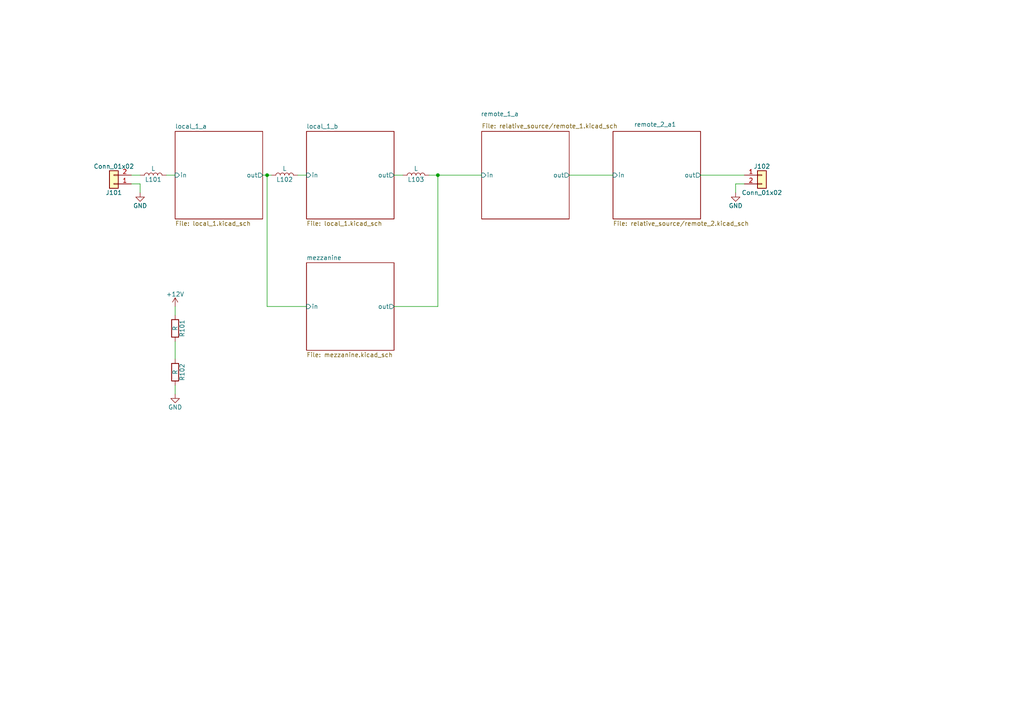
<source format=kicad_sch>
(kicad_sch (version 20231120) (generator "eeschema") (generator_version "8.0")
  (paper "A4")
  (lib_symbols
    (symbol "Connector_Generic:Conn_01x02" (pin_names (offset 1.016) hide)
      (property "Reference" "J" (at 0 2.54 0))
      (property "Value" "Conn_01x02" (at 0 -5.08 0))
      (symbol "Conn_01x02_1_1"
        (rectangle (start -1.27 -2.413) (end 0 -2.667) (stroke (width 0.1524)))
        (rectangle (start -1.27 0.127) (end 0 -0.127) (stroke (width 0.1524)))
        (rectangle (start -1.27 1.27) (end 1.27 -3.81) (stroke (width 0.254)) (fill (type background)))
        (pin passive line (at -5.08 0 0) (length 3.81) (name "Pin_1") (number "1"))
        (pin passive line (at -5.08 -2.54 0) (length 3.81) (name "Pin_2") (number "2"))
      )
    )
    (symbol "Device:L" (pin_numbers hide) (pin_names (offset 1.016) hide)
      (property "Reference" "L" (at -1.27 0 90))
      (property "Value" "L" (at 1.905 0 90))
      (symbol "L_0_1"
        (arc (start 0 -2.54) (mid 0.6323 -1.905) (end 0 -1.27))
        (arc (start 0 -1.27) (mid 0.6323 -0.635) (end 0 0))
        (arc (start 0 0) (mid 0.6323 0.635) (end 0 1.27))
        (arc (start 0 1.27) (mid 0.6323 1.905) (end 0 2.54))
      )
      (symbol "L_1_1"
        (pin passive line (at 0 3.81 270) (length 1.27) (name "1") (number "1"))
        (pin passive line (at 0 -3.81 90) (length 1.27) (name "2") (number "2"))
      )
    )
    (symbol "Device:R" (pin_numbers hide) (pin_names (offset 0))
      (property "Reference" "R" (at 2.032 0 90))
      (property "Value" "R" (at 0 0 90))
      (symbol "R_0_1"
        (rectangle (start -1.016 -2.54) (end 1.016 2.54) (stroke (width 0.254)))
      )
      (symbol "R_1_1"
        (pin passive line (at 0 3.81 270) (length 1.27) (name "~") (number "1"))
        (pin passive line (at 0 -3.81 90) (length 1.27) (name "~") (number "2"))
      )
    )
    (symbol "power:+12V" (power) (pin_names (offset 0))
      (property "Value" "+12V" (at 0 3.556 0))
      (symbol "+12V_0_1"
        (polyline (pts (xy -0.762 1.27) (xy 0 2.54)))
        (polyline (pts (xy 0 0) (xy 0 2.54)))
        (polyline (pts (xy 0 2.54) (xy 0.762 1.27)))
      )
      (symbol "+12V_1_1"
        (pin power_in line (at 0 0 90) (length 0) hide (name "+12V") (number "1"))
      )
    )
    (symbol "power:GND" (power) (pin_names (offset 0))
      (property "Value" "GND" (at 0 -3.81 0))
      (symbol "GND_0_1"
        (polyline (pts (xy 0 0) (xy 0 -1.27) (xy 1.27 -1.27) (xy 0 -2.54) (xy -1.27 -1.27) (xy 0 -1.27)))
      )
      (symbol "GND_1_1"
        (pin power_in line (at 0 0 270) (length 0) hide (name "GND") (number "1"))
      )
    )
  )
  (junction (at 127 50.8))
  (junction (at 77.47 50.8))
  (wire (pts (xy 127 88.9) (xy 127 50.8)))
  (wire (pts (xy 165.1 50.8) (xy 177.8 50.8)))
  (wire (pts (xy 124.46 50.8) (xy 127 50.8)))
  (wire (pts (xy 203.2 50.8) (xy 215.9 50.8)))
  (wire (pts (xy 114.3 88.9) (xy 127 88.9)))
  (wire (pts (xy 86.36 50.8) (xy 88.9 50.8)))
  (wire (pts (xy 38.1 50.8) (xy 40.64 50.8)))
  (wire (pts (xy 213.36 53.34) (xy 213.36 55.88)))
  (wire (pts (xy 48.26 50.8) (xy 50.8 50.8)))
  (wire (pts (xy 50.8 99.06) (xy 50.8 104.14)))
  (wire (pts (xy 76.2 50.8) (xy 77.47 50.8)))
  (wire (pts (xy 50.8 111.76) (xy 50.8 114.3)))
  (wire (pts (xy 114.3 50.8) (xy 116.84 50.8)))
  (wire (pts (xy 40.64 55.88) (xy 40.64 53.34)))
  (wire (pts (xy 50.8 88.9) (xy 50.8 91.44)))
  (wire (pts (xy 40.64 53.34) (xy 38.1 53.34)))
  (wire (pts (xy 127 50.8) (xy 139.7 50.8)))
  (wire (pts (xy 77.47 88.9) (xy 88.9 88.9)))
  (wire (pts (xy 77.47 50.8) (xy 77.47 88.9)))
  (wire (pts (xy 215.9 53.34) (xy 213.36 53.34)))
  (wire (pts (xy 77.47 50.8) (xy 78.74 50.8)))
  (symbol (lib_id "Connector_Generic:Conn_01x02") (at 33.02 53.34 180) (unit 1)
    (property "Reference" "J101" (at 33.02 55.88 0))
    (property "Value" "Conn_01x02" (at 33.02 48.26 0))
    (property "Footprint" "Connector_PinHeader_2.54mm:PinHeader_1x02_P2.54mm_Vertical" (effects (hide yes)))
    (property "Description" "Generic connector, single row, 01x02, script generated (kicad-library-utils/schlib/autogen/connector/)" (effects (hide yes)))
  )
  (symbol (lib_id "Device:L") (at 82.55 50.8 90) (unit 1)
    (property "Reference" "L102" (at 82.55 52.07 90))
    (property "Value" "L" (at 82.55 48.895 90))
    (property "Footprint" "Inductor_SMD:L_1206_3216Metric" (effects (hide yes)))
    (property "Description" "Inductor" (effects (hide yes)))
  )
  (symbol (lib_id "power:GND") (at 213.36 55.88 0) (unit 1)
    (property "Reference" "#PWR0104" (effects (hide yes)))
    (property "Value" "GND" (at 213.36 59.69 0))
    (property "Description" "Power symbol creates a global label with name \"GND\" , ground" (effects (hide yes)))
  )
  (symbol (lib_id "power:GND") (at 40.64 55.88 0) (unit 1)
    (property "Reference" "#PWR0101" (effects (hide yes)))
    (property "Value" "GND" (at 40.64 59.69 0))
    (property "Description" "Power symbol creates a global label with name \"GND\" , ground" (effects (hide yes)))
  )
  (symbol (lib_id "power:+12V") (at 50.8 88.9 0) (unit 1)
    (property "Reference" "#PWR0102" (effects (hide yes)))
    (property "Value" "+12V" (at 50.8 85.344 0))
    (property "Description" "Power symbol creates a global label with name \"+12V\"" (effects (hide yes)))
  )
  (symbol (lib_id "Connector_Generic:Conn_01x02") (at 220.98 50.8 0) (unit 1)
    (property "Reference" "J102" (at 220.98 48.26 0))
    (property "Value" "Conn_01x02" (at 220.98 55.88 0))
    (property "Footprint" "Connector_PinHeader_2.54mm:PinHeader_1x02_P2.54mm_Vertical" (effects (hide yes)))
    (property "Description" "Generic connector, single row, 01x02, script generated (kicad-library-utils/schlib/autogen/connector/)" (effects (hide yes)))
  )
  (symbol (lib_id "power:GND") (at 50.8 114.3 0) (unit 1)
    (property "Reference" "#PWR0103" (effects (hide yes)))
    (property "Value" "GND" (at 50.8 118.11 0))
    (property "Description" "Power symbol creates a global label with name \"GND\" , ground" (effects (hide yes)))
  )
  (symbol (lib_id "Device:L") (at 44.45 50.8 90) (unit 1)
    (property "Reference" "L101" (at 44.45 52.07 90))
    (property "Value" "L" (at 44.45 48.895 90))
    (property "Footprint" "Inductor_SMD:L_1206_3216Metric" (effects (hide yes)))
    (property "Description" "Inductor" (effects (hide yes)))
  )
  (symbol (lib_id "Device:R") (at 50.8 95.25 0) (unit 1)
    (property "Reference" "R101" (at 52.832 95.25 90))
    (property "Value" "R" (at 50.8 95.25 90))
    (property "Footprint" "Resistor_SMD:R_1206_3216Metric" (effects (hide yes)))
    (property "Description" "Resistor" (effects (hide yes)))
  )
  (symbol (lib_id "Device:R") (at 50.8 107.95 0) (unit 1)
    (property "Reference" "R102" (at 52.832 107.95 90))
    (property "Value" "R" (at 50.8 107.95 90))
    (property "Footprint" "Resistor_SMD:R_1206_3216Metric" (effects (hide yes)))
    (property "Description" "Resistor" (effects (hide yes)))
  )
  (symbol (lib_id "Device:L") (at 120.65 50.8 90) (unit 1)
    (property "Reference" "L103" (at 120.65 52.07 90))
    (property "Value" "L" (at 120.65 48.895 90))
    (property "Footprint" "Inductor_SMD:L_1206_3216Metric" (effects (hide yes)))
    (property "Description" "Inductor" (effects (hide yes)))
  )
  (sheet (at 139.7 38.1) (size 25.4 25.4) (stroke (width 0.1524))
    (property "Sheetname" "remote_1_a" (at 139.446 33.782 0) (effects (justify left bottom)))
    (property "Sheetfile" "relative_source/remote_1.kicad_sch" (at 139.7 35.814 0) (effects (justify left top)))
    (pin "out" output (at 165.1 50.8 0))
    (pin "in" input (at 139.7 50.8 180))
  )
  (sheet (at 50.8 38.1) (size 25.4 25.4) (stroke (width 0.1524))
    (property "Sheetname" "local_1_a" (at 50.8 37.3884 0) (effects (justify left bottom)))
    (property "Sheetfile" "local_1.kicad_sch" (at 50.8 64.0846 0) (effects (justify left top)))
    (pin "out" output (at 76.2 50.8 0))
    (pin "in" input (at 50.8 50.8 180))
  )
  (sheet (at 177.8 38.1) (size 25.4 25.4) (stroke (width 0.1524))
    (property "Sheetname" "remote_2_a1" (at 183.896 36.83 0) (effects (justify left bottom)))
    (property "Sheetfile" "relative_source/remote_2.kicad_sch" (at 177.8 64.0846 0) (effects (justify left top)))
    (pin "out" output (at 203.2 50.8 0))
    (pin "in" input (at 177.8 50.8 180))
  )
  (sheet (at 88.9 76.2) (size 25.4 25.4) (stroke (width 0.1524))
    (property "Sheetname" "mezzanine" (at 88.9 75.4884 0) (effects (justify left bottom)))
    (property "Sheetfile" "mezzanine.kicad_sch" (at 88.9 102.1846 0) (effects (justify left top)))
    (pin "out" output (at 114.3 88.9 0))
    (pin "in" input (at 88.9 88.9 180))
  )
  (sheet (at 88.9 38.1) (size 25.4 25.4) (stroke (width 0.1524))
    (property "Sheetname" "local_1_b" (at 88.9 37.3884 0) (effects (justify left bottom)))
    (property "Sheetfile" "local_1.kicad_sch" (at 88.9 64.0846 0) (effects (justify left top)))
    (pin "out" output (at 114.3 50.8 0))
    (pin "in" input (at 88.9 50.8 180))
  )
)
</source>
